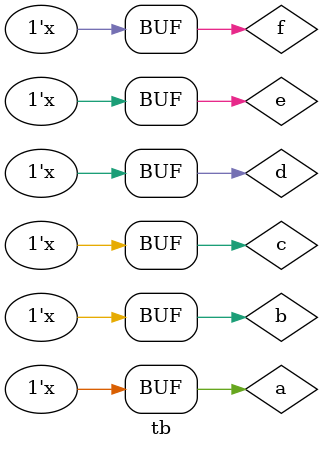
<source format=v>
module tb();
	reg a=0,b=0,c=0,d=0,e=0,f=0;
	wire y1,y5,y2,y6,y3,y7,y4,y8,ERROR;
	ckt_gatelevel x1(.a(a),.b(b),.c(c),.d(d),.e(e),.f(f),.y1(y1),.y2(y2),.y3(y3),.y4(y4));
	ckt_dataflow x2(.a(a),.b(b),.c(c),.d(d),.e(e),.f(f),.y1(y5),.y2(y6),.y3(y7),.y4(y8));
	error x3(.o1(y1),.o2(y5),.o3(y2),.o4(y6),.o5(y3),.o6(y7),.o7(y4),.o8(y8),.ERROR(ERROR)); 
always
begin
	#10 a=~a;
end
always
begin
	#20 b=~b;
end
always
begin
	#40 c=~c;
end
always
begin
	#80 d=~d;
end
always
begin
	#160 e=~e;
end
always
begin
	#320 f=~f;
end
endmodule

</source>
